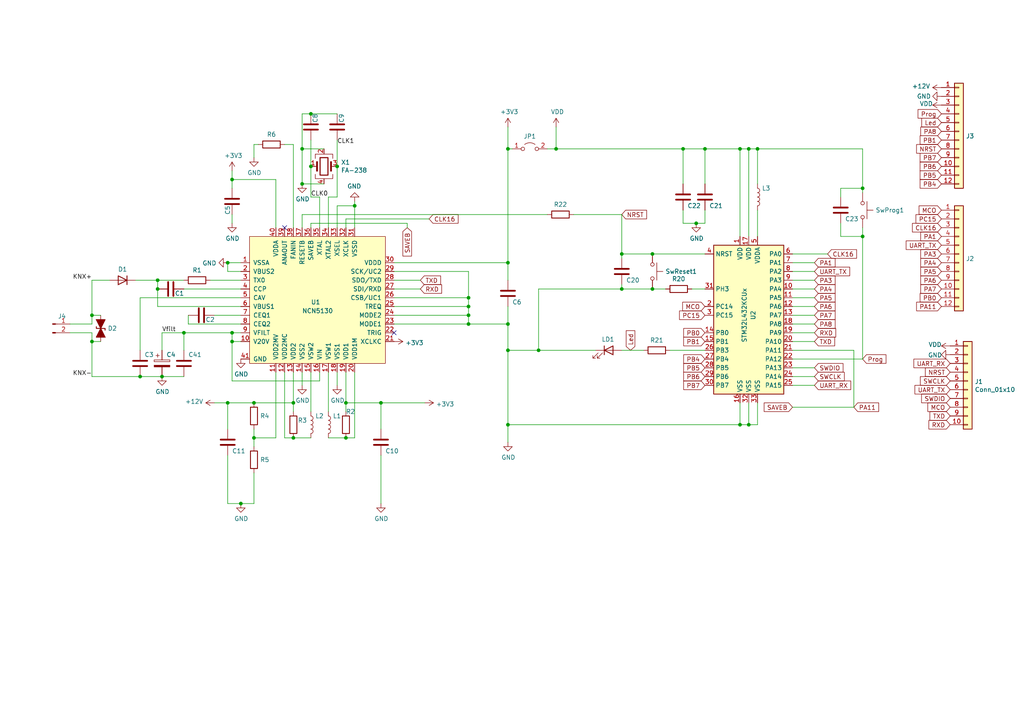
<source format=kicad_sch>
(kicad_sch (version 20211123) (generator eeschema)
  (paper "A4")
  (title_block (title "KnxBoard") (date "2021-11-04") (rev "3"))
  (lib_symbols
    (symbol "Connector:Conn_01x02_Male" (pin_names (offset 1.016) hide)
      (property "Reference" "J" (at 0 2.54 0))
      (property "Value" "Conn_01x02_Male" (at 0 -5.08 0))
      (symbol "Conn_01x02_Male_1_1"
        (pin passive line (at 5.08 0 180) (length 3.81) (name "Pin_1") (number "1"))
        (pin passive line (at 5.08 -2.54 180) (length 3.81) (name "Pin_2") (number "2"))
      )
    )
    (symbol "Connector_Generic:Conn_01x10" (pin_names (offset 1.016) hide)
      (property "Reference" "J" (at 0 12.7 0))
      (property "Value" "Conn_01x10" (at 0 -15.24 0))
      (symbol "Conn_01x10_1_1"
        (pin passive line (at -5.08 10.16 0) (length 3.81) (name "Pin_1") (number "1"))
        (pin passive line (at -5.08 -12.7 0) (length 3.81) (name "Pin_10") (number "10"))
        (pin passive line (at -5.08 7.62 0) (length 3.81) (name "Pin_2") (number "2"))
        (pin passive line (at -5.08 5.08 0) (length 3.81) (name "Pin_3") (number "3"))
        (pin passive line (at -5.08 2.54 0) (length 3.81) (name "Pin_4") (number "4"))
        (pin passive line (at -5.08 0 0) (length 3.81) (name "Pin_5") (number "5"))
        (pin passive line (at -5.08 -2.54 0) (length 3.81) (name "Pin_6") (number "6"))
        (pin passive line (at -5.08 -5.08 0) (length 3.81) (name "Pin_7") (number "7"))
        (pin passive line (at -5.08 -7.62 0) (length 3.81) (name "Pin_8") (number "8"))
        (pin passive line (at -5.08 -10.16 0) (length 3.81) (name "Pin_9") (number "9"))
      )
    )
    (symbol "Connector_Generic:Conn_01x12" (pin_names (offset 1.016) hide)
      (property "Reference" "J" (at 0 15.24 0))
      (property "Value" "Conn_01x12" (at 0 -17.78 0))
      (symbol "Conn_01x12_1_1"
        (pin passive line (at -5.08 12.7 0) (length 3.81) (name "Pin_1") (number "1"))
        (pin passive line (at -5.08 -10.16 0) (length 3.81) (name "Pin_10") (number "10"))
        (pin passive line (at -5.08 -12.7 0) (length 3.81) (name "Pin_11") (number "11"))
        (pin passive line (at -5.08 -15.24 0) (length 3.81) (name "Pin_12") (number "12"))
        (pin passive line (at -5.08 10.16 0) (length 3.81) (name "Pin_2") (number "2"))
        (pin passive line (at -5.08 7.62 0) (length 3.81) (name "Pin_3") (number "3"))
        (pin passive line (at -5.08 5.08 0) (length 3.81) (name "Pin_4") (number "4"))
        (pin passive line (at -5.08 2.54 0) (length 3.81) (name "Pin_5") (number "5"))
        (pin passive line (at -5.08 0 0) (length 3.81) (name "Pin_6") (number "6"))
        (pin passive line (at -5.08 -2.54 0) (length 3.81) (name "Pin_7") (number "7"))
        (pin passive line (at -5.08 -5.08 0) (length 3.81) (name "Pin_8") (number "8"))
        (pin passive line (at -5.08 -7.62 0) (length 3.81) (name "Pin_9") (number "9"))
      )
    )
    (symbol "Device:C" (pin_numbers hide) (pin_names (offset 0.254))
      (property "Reference" "C" (at 0.635 2.54 0))
      (property "Value" "C" (at 0.635 -2.54 0))
      (symbol "C_1_1"
        (pin passive line (at 0 3.81 270) (length 2.794) (name "~") (number "1"))
        (pin passive line (at 0 -3.81 90) (length 2.794) (name "~") (number "2"))
      )
    )
    (symbol "Device:Crystal_GND24" (pin_names (offset 1.016) hide)
      (property "Reference" "Y" (at 3.175 5.08 0))
      (property "Value" "Crystal_GND24" (at 3.175 3.175 0))
      (symbol "Crystal_GND24_1_1"
        (pin passive line (at -3.81 0 0) (length 1.27) (name "1") (number "1"))
        (pin passive line (at 0 5.08 270) (length 1.27) (name "2") (number "2"))
        (pin passive line (at 3.81 0 180) (length 1.27) (name "3") (number "3"))
        (pin passive line (at 0 -5.08 90) (length 1.27) (name "4") (number "4"))
      )
    )
    (symbol "Device:D" (pin_numbers hide) (pin_names (offset 1.016) hide)
      (property "Reference" "D" (at 0 2.54 0))
      (property "Value" "D" (at 0 -2.54 0))
      (symbol "D_1_1"
        (pin passive line (at -3.81 0 0) (length 2.54) (name "K") (number "1"))
        (pin passive line (at 3.81 0 180) (length 2.54) (name "A") (number "2"))
      )
    )
    (symbol "Device:L" (pin_numbers hide) (pin_names (offset 1.016) hide)
      (property "Reference" "L" (at -1.27 0 90))
      (property "Value" "L" (at 1.905 0 90))
      (symbol "L_1_1"
        (pin passive line (at 0 3.81 270) (length 1.27) (name "1") (number "1"))
        (pin passive line (at 0 -3.81 90) (length 1.27) (name "2") (number "2"))
      )
    )
    (symbol "Device:LED" (pin_numbers hide) (pin_names (offset 1.016) hide)
      (property "Reference" "D" (at 0 2.54 0))
      (property "Value" "LED" (at 0 -2.54 0))
      (symbol "LED_1_1"
        (pin passive line (at -3.81 0 0) (length 2.54) (name "K") (number "1"))
        (pin passive line (at 3.81 0 180) (length 2.54) (name "A") (number "2"))
      )
    )
    (symbol "Device:R" (pin_numbers hide) (pin_names (offset 0))
      (property "Reference" "R" (at 2.032 0 90))
      (property "Value" "R" (at 0 0 90))
      (symbol "R_1_1"
        (pin passive line (at 0 3.81 270) (length 1.27) (name "~") (number "1"))
        (pin passive line (at 0 -3.81 90) (length 1.27) (name "~") (number "2"))
      )
    )
    (symbol "Jumper:Jumper_2_Open" (pin_names (offset 0) hide)
      (property "Reference" "JP" (at 0 2.794 0))
      (property "Value" "Jumper_2_Open" (at 0 -2.286 0))
      (symbol "Jumper_2_Open_1_1"
        (pin passive line (at -5.08 0 0) (length 2.54) (name "A") (number "1"))
        (pin passive line (at 5.08 0 180) (length 2.54) (name "B") (number "2"))
      )
    )
    (symbol "KNX_NCN5130:NCN5130" (pin_names (offset 1.016))
      (property "Reference" "U" (at 8.89 5.08 0))
      (property "Value" "NCN5130" (at 10.16 2.54 0))
      (symbol "NCN5130_1_1"
        (pin power_in line (at -10.16 16.51 0) (length 2.54) (name "VSSA") (number "1"))
        (pin power_out line (at -10.16 -6.35 0) (length 2.54) (name "V20V") (number "10"))
        (pin input line (at 0 -15.24 90) (length 2.54) (name "VDD2MV") (number "11"))
        (pin input line (at 2.54 -15.24 90) (length 2.54) (name "VDD2MC") (number "12"))
        (pin power_out line (at 5.08 -15.24 90) (length 2.54) (name "VDD2") (number "13"))
        (pin power_in line (at 7.62 -15.24 90) (length 2.54) (name "VSS2") (number "14"))
        (pin output line (at 10.16 -15.24 90) (length 2.54) (name "VSW2") (number "15"))
        (pin power_in line (at 12.7 -15.24 90) (length 2.54) (name "VIN") (number "16"))
        (pin output line (at 15.24 -15.24 90) (length 2.54) (name "VSW1") (number "17"))
        (pin power_out line (at 17.78 -15.24 90) (length 2.54) (name "VSS1") (number "18"))
        (pin power_out line (at 20.32 -15.24 90) (length 2.54) (name "VDD1") (number "19"))
        (pin power_in line (at -10.16 13.97 0) (length 2.54) (name "VBUS2") (number "2"))
        (pin input line (at 22.86 -15.24 90) (length 2.54) (name "VDD1M") (number "20"))
        (pin input line (at 34.29 -6.35 180) (length 2.54) (name "XCLKC") (number "21"))
        (pin output line (at 34.29 -3.81 180) (length 2.54) (name "TRIG") (number "22"))
        (pin input line (at 34.29 -1.27 180) (length 2.54) (name "MODE1") (number "23"))
        (pin input line (at 34.29 1.27 180) (length 2.54) (name "MODE2") (number "24"))
        (pin input line (at 34.29 3.81 180) (length 2.54) (name "TREQ") (number "25"))
        (pin passive line (at 34.29 6.35 180) (length 2.54) (name "CSB/UC1") (number "26"))
        (pin input line (at 34.29 8.89 180) (length 2.54) (name "SDI/RXD") (number "27"))
        (pin output line (at 34.29 11.43 180) (length 2.54) (name "SDO/TXD") (number "28"))
        (pin passive line (at 34.29 13.97 180) (length 2.54) (name "SCK/UC2") (number "29"))
        (pin output line (at -10.16 11.43 0) (length 2.54) (name "TX0") (number "3"))
        (pin power_in line (at 34.29 16.51 180) (length 2.54) (name "VDDD") (number "30"))
        (pin power_in line (at 22.86 26.67 270) (length 2.54) (name "VSSD") (number "31"))
        (pin output line (at 20.32 26.67 270) (length 2.54) (name "XCLK") (number "32"))
        (pin input line (at 17.78 26.67 270) (length 2.54) (name "XSEL") (number "33"))
        (pin bidirectional line (at 15.24 26.67 270) (length 2.54) (name "XTAL2") (number "34"))
        (pin input line (at 12.7 26.67 270) (length 2.54) (name "XTAL") (number "35"))
        (pin output line (at 10.16 26.67 270) (length 2.54) (name "SAVEB") (number "36"))
        (pin output line (at 7.62 26.67 270) (length 2.54) (name "RESETB") (number "37"))
        (pin input line (at 5.08 26.67 270) (length 2.54) (name "FANIN") (number "38"))
        (pin output line (at 2.54 26.67 270) (length 2.54) (name "ANAOUT") (number "39"))
        (pin bidirectional line (at -10.16 8.89 0) (length 2.54) (name "CCP") (number "4"))
        (pin power_in line (at 0 26.67 270) (length 2.54) (name "VDDA") (number "40"))
        (pin power_in line (at -10.16 -11.43 0) (length 2.54) (name "GND") (number "41"))
        (pin bidirectional line (at -10.16 6.35 0) (length 2.54) (name "CAV") (number "5"))
        (pin passive line (at -10.16 3.81 0) (length 2.54) (name "VBUS1") (number "6"))
        (pin bidirectional line (at -10.16 1.27 0) (length 2.54) (name "CEQ1") (number "7"))
        (pin bidirectional line (at -10.16 -1.27 0) (length 2.54) (name "CEQ2") (number "8"))
        (pin power_out line (at -10.16 -3.81 0) (length 2.54) (name "VFILT") (number "9"))
      )
    )
    (symbol "KnxBoard-rescue:+3.3V-power" (power) (pin_names (offset 0))
      (property "Value" "+3.3V-power" (at 0 3.556 0))
      (symbol "+3.3V-power_1_1"
        (pin power_in line (at 0 0 90) (length 0) hide (name "+3V3") (number "1"))
      )
    )
    (symbol "KnxBoard-rescue:CP-Device" (pin_numbers hide) (pin_names (offset 0.254))
      (property "Reference" "C" (at 0.635 2.54 0))
      (property "Value" "CP-Device" (at 0.635 -2.54 0))
      (symbol "CP-Device_1_1"
        (pin passive line (at 0 3.81 270) (length 2.794) (name "~") (number "1"))
        (pin passive line (at 0 -3.81 90) (length 2.794) (name "~") (number "2"))
      )
    )
    (symbol "KnxBoard-rescue:D_TVS_ALT-Device" (pin_numbers hide) (pin_names (offset 1.016) hide)
      (property "Reference" "D" (at 0 2.54 0))
      (property "Value" "D_TVS_ALT-Device" (at 0 -2.54 0))
      (symbol "D_TVS_ALT-Device_1_1"
        (pin passive line (at -3.81 0 0) (length 2.54) (name "A1") (number "1"))
        (pin passive line (at 3.81 0 180) (length 2.54) (name "A2") (number "2"))
      )
    )
    (symbol "MCU_ST_STM32L4:STM32L432KCUx"
      (property "Reference" "U" (at -10.16 21.59 0))
      (property "Value" "STM32L432KCUx" (at 5.08 21.59 0))
      (symbol "STM32L432KCUx_1_1"
        (pin power_in line (at -2.54 22.86 270) (length 2.54) (name "VDD") (number "1"))
        (pin bidirectional line (at 12.7 7.62 180) (length 2.54) (name "PA4") (number "10"))
        (pin bidirectional line (at 12.7 5.08 180) (length 2.54) (name "PA5") (number "11"))
        (pin bidirectional line (at 12.7 2.54 180) (length 2.54) (name "PA6") (number "12"))
        (pin bidirectional line (at 12.7 0 180) (length 2.54) (name "PA7") (number "13"))
        (pin bidirectional line (at -12.7 -5.08 0) (length 2.54) (name "PB0") (number "14"))
        (pin bidirectional line (at -12.7 -7.62 0) (length 2.54) (name "PB1") (number "15"))
        (pin power_in line (at -2.54 -25.4 90) (length 2.54) (name "VSS") (number "16"))
        (pin power_in line (at 0 22.86 270) (length 2.54) (name "VDD") (number "17"))
        (pin bidirectional line (at 12.7 -2.54 180) (length 2.54) (name "PA8") (number "18"))
        (pin bidirectional line (at 12.7 -5.08 180) (length 2.54) (name "PA9") (number "19"))
        (pin bidirectional line (at -12.7 2.54 0) (length 2.54) (name "PC14") (number "2"))
        (pin bidirectional line (at 12.7 -7.62 180) (length 2.54) (name "PA10") (number "20"))
        (pin bidirectional line (at 12.7 -10.16 180) (length 2.54) (name "PA11") (number "21"))
        (pin bidirectional line (at 12.7 -12.7 180) (length 2.54) (name "PA12") (number "22"))
        (pin bidirectional line (at 12.7 -15.24 180) (length 2.54) (name "PA13") (number "23"))
        (pin bidirectional line (at 12.7 -17.78 180) (length 2.54) (name "PA14") (number "24"))
        (pin bidirectional line (at 12.7 -20.32 180) (length 2.54) (name "PA15") (number "25"))
        (pin bidirectional line (at -12.7 -10.16 0) (length 2.54) (name "PB3") (number "26"))
        (pin bidirectional line (at -12.7 -12.7 0) (length 2.54) (name "PB4") (number "27"))
        (pin bidirectional line (at -12.7 -15.24 0) (length 2.54) (name "PB5") (number "28"))
        (pin bidirectional line (at -12.7 -17.78 0) (length 2.54) (name "PB6") (number "29"))
        (pin bidirectional line (at -12.7 0 0) (length 2.54) (name "PC15") (number "3"))
        (pin bidirectional line (at -12.7 -20.32 0) (length 2.54) (name "PB7") (number "30"))
        (pin bidirectional line (at -12.7 7.62 0) (length 2.54) (name "PH3") (number "31"))
        (pin power_in line (at 0 -25.4 90) (length 2.54) (name "VSS") (number "32"))
        (pin power_in line (at 2.54 -25.4 90) (length 2.54) (name "VSS") (number "33"))
        (pin input line (at -12.7 17.78 0) (length 2.54) (name "NRST") (number "4"))
        (pin power_in line (at 2.54 22.86 270) (length 2.54) (name "VDDA") (number "5"))
        (pin bidirectional line (at 12.7 17.78 180) (length 2.54) (name "PA0") (number "6"))
        (pin bidirectional line (at 12.7 15.24 180) (length 2.54) (name "PA1") (number "7"))
        (pin bidirectional line (at 12.7 12.7 180) (length 2.54) (name "PA2") (number "8"))
        (pin bidirectional line (at 12.7 10.16 180) (length 2.54) (name "PA3") (number "9"))
      )
    )
    (symbol "Switch:SW_Push" (pin_numbers hide) (pin_names (offset 1.016) hide)
      (property "Reference" "SW" (at 1.27 2.54 0))
      (property "Value" "SW_Push" (at 0 -1.524 0))
      (symbol "SW_Push_0_1"
        (pin passive line (at -5.08 0 0) (length 2.54) (name "1") (number "1"))
        (pin passive line (at 5.08 0 180) (length 2.54) (name "2") (number "2"))
      )
    )
    (symbol "power:+12V" (power) (pin_names (offset 0))
      (property "Value" "+12V" (at 0 3.556 0))
      (symbol "+12V_1_1"
        (pin power_in line (at 0 0 90) (length 0) hide (name "+12V") (number "1"))
      )
    )
    (symbol "power:GND" (power) (pin_names (offset 0))
      (property "Value" "GND" (at 0 -3.81 0))
      (symbol "GND_1_1"
        (pin power_in line (at 0 0 270) (length 0) hide (name "GND") (number "1"))
      )
    )
    (symbol "power:VDD" (power) (pin_names (offset 0))
      (property "Value" "VDD" (at 0 3.81 0))
      (symbol "VDD_1_1"
        (pin power_in line (at 0 0 90) (length 0) hide (name "VDD") (number "1"))
      )
    )
  )
  (junction (at 204.47 43.18))
  (junction (at 110.49 116.84))
  (junction (at 66.04 116.84))
  (junction (at 214.63 43.18))
  (junction (at 87.63 43.18))
  (junction (at 180.34 83.82))
  (junction (at 135.89 86.36))
  (junction (at 217.17 123.19))
  (junction (at 53.34 96.52))
  (junction (at 250.19 54.61))
  (junction (at 66.04 76.2))
  (junction (at 147.32 43.18))
  (junction (at 189.23 83.82))
  (junction (at 180.34 73.66))
  (junction (at 67.31 52.07))
  (junction (at 26.67 99.06))
  (junction (at 85.09 116.84))
  (junction (at 135.89 93.98))
  (junction (at 135.89 91.44))
  (junction (at 45.72 81.28))
  (junction (at 147.32 123.19))
  (junction (at 46.99 109.22))
  (junction (at 40.64 109.22))
  (junction (at 135.89 88.9))
  (junction (at 156.21 101.6))
  (junction (at 85.09 127))
  (junction (at 100.33 116.84))
  (junction (at 219.71 43.18))
  (junction (at 100.33 127))
  (junction (at 67.31 99.06))
  (junction (at 26.67 91.44))
  (junction (at 97.79 48.26))
  (junction (at 69.85 146.05))
  (junction (at 87.63 53.34))
  (junction (at 189.23 73.66))
  (junction (at 201.93 64.77))
  (junction (at 90.17 48.26))
  (junction (at 217.17 43.18))
  (junction (at 73.66 116.84))
  (junction (at 161.29 43.18))
  (junction (at 67.31 96.52))
  (junction (at 73.66 127))
  (junction (at 214.63 123.19))
  (junction (at 147.32 76.2))
  (junction (at 147.32 93.98))
  (junction (at 147.32 101.6))
  (junction (at 102.87 59.69))
  (junction (at 198.12 43.18))
  (junction (at 45.72 83.82))
  (junction (at 90.17 33.02))
  (junction (at 250.19 68.58))
  (no_connect (at 114.3 96.52))
  (no_connect (at 82.55 66.04))
  (wire (pts (xy 97.79 66.04) (xy 97.79 59.69)))
  (wire (pts (xy 219.71 43.18) (xy 219.71 53.34)))
  (wire (pts (xy 147.32 93.98) (xy 135.89 93.98)))
  (wire (pts (xy 201.93 64.77) (xy 204.47 64.77)))
  (wire (pts (xy 250.19 54.61) (xy 250.19 55.88)))
  (wire (pts (xy 26.67 93.98) (xy 26.67 91.44)))
  (wire (pts (xy 69.85 78.74) (xy 66.04 78.74)))
  (wire (pts (xy 102.87 127) (xy 102.87 107.95)))
  (wire (pts (xy 95.25 66.04) (xy 95.25 57.15)))
  (wire (pts (xy 198.12 64.77) (xy 198.12 60.96)))
  (wire (pts (xy 26.67 91.44) (xy 26.67 81.28)))
  (wire (pts (xy 90.17 127) (xy 85.09 127)))
  (wire (pts (xy 26.67 99.06) (xy 26.67 109.22)))
  (wire (pts (xy 135.89 91.44) (xy 135.89 93.98)))
  (wire (pts (xy 102.87 59.69) (xy 102.87 58.42)))
  (wire (pts (xy 110.49 116.84) (xy 123.19 116.84)))
  (wire (pts (xy 100.33 116.84) (xy 100.33 119.38)))
  (wire (pts (xy 87.63 53.34) (xy 87.63 43.18)))
  (wire (pts (xy 39.37 81.28) (xy 45.72 81.28)))
  (wire (pts (xy 229.87 76.2) (xy 236.22 76.2)))
  (wire (pts (xy 69.85 96.52) (xy 67.31 96.52)))
  (wire (pts (xy 93.98 53.34) (xy 87.63 53.34)))
  (wire (pts (xy 100.33 127) (xy 102.87 127)))
  (wire (pts (xy 40.64 86.36) (xy 40.64 101.6)))
  (wire (pts (xy 46.99 96.52) (xy 53.34 96.52)))
  (wire (pts (xy 180.34 73.66) (xy 180.34 62.23)))
  (wire (pts (xy 217.17 123.19) (xy 214.63 123.19)))
  (wire (pts (xy 198.12 43.18) (xy 161.29 43.18)))
  (wire (pts (xy 29.21 91.44) (xy 26.67 91.44)))
  (wire (pts (xy 204.47 64.77) (xy 204.47 60.96)))
  (wire (pts (xy 73.66 41.91) (xy 74.93 41.91)))
  (wire (pts (xy 20.32 96.52) (xy 26.67 96.52)))
  (wire (pts (xy 67.31 64.77) (xy 67.31 62.23)))
  (wire (pts (xy 247.65 101.6) (xy 247.65 118.11)))
  (wire (pts (xy 46.99 109.22) (xy 53.34 109.22)))
  (wire (pts (xy 250.19 104.14) (xy 250.19 68.58)))
  (wire (pts (xy 66.04 146.05) (xy 69.85 146.05)))
  (wire (pts (xy 73.66 127) (xy 80.01 127)))
  (wire (pts (xy 110.49 124.46) (xy 110.49 116.84)))
  (wire (pts (xy 189.23 73.66) (xy 180.34 73.66)))
  (wire (pts (xy 92.71 107.95) (xy 92.71 110.49)))
  (wire (pts (xy 135.89 78.74) (xy 135.89 86.36)))
  (wire (pts (xy 229.87 96.52) (xy 236.22 96.52)))
  (wire (pts (xy 201.93 64.77) (xy 198.12 64.77)))
  (wire (pts (xy 92.71 66.04) (xy 92.71 57.15)))
  (wire (pts (xy 204.47 83.82) (xy 200.66 83.82)))
  (wire (pts (xy 69.85 86.36) (xy 40.64 86.36)))
  (wire (pts (xy 198.12 43.18) (xy 204.47 43.18)))
  (wire (pts (xy 45.72 81.28) (xy 53.34 81.28)))
  (wire (pts (xy 69.85 83.82) (xy 53.34 83.82)))
  (wire (pts (xy 85.09 119.38) (xy 85.09 116.84)))
  (wire (pts (xy 229.87 109.22) (xy 236.22 109.22)))
  (wire (pts (xy 97.79 59.69) (xy 102.87 59.69)))
  (wire (pts (xy 97.79 40.64) (xy 97.79 48.26)))
  (wire (pts (xy 73.66 137.16) (xy 73.66 146.05)))
  (wire (pts (xy 69.85 99.06) (xy 67.31 99.06)))
  (wire (pts (xy 67.31 54.61) (xy 67.31 52.07)))
  (wire (pts (xy 229.87 86.36) (xy 236.22 86.36)))
  (wire (pts (xy 166.37 62.23) (xy 180.34 62.23)))
  (wire (pts (xy 87.63 66.04) (xy 87.63 62.23)))
  (wire (pts (xy 147.32 43.18) (xy 148.59 43.18)))
  (wire (pts (xy 69.85 93.98) (xy 54.61 93.98)))
  (wire (pts (xy 66.04 124.46) (xy 66.04 116.84)))
  (wire (pts (xy 97.79 111.76) (xy 97.79 107.95)))
  (wire (pts (xy 180.34 83.82) (xy 180.34 82.55)))
  (wire (pts (xy 229.87 88.9) (xy 236.22 88.9)))
  (wire (pts (xy 114.3 81.28) (xy 121.92 81.28)))
  (wire (pts (xy 214.63 116.84) (xy 214.63 123.19)))
  (wire (pts (xy 189.23 83.82) (xy 180.34 83.82)))
  (wire (pts (xy 219.71 43.18) (xy 217.17 43.18)))
  (wire (pts (xy 73.66 116.84) (xy 66.04 116.84)))
  (wire (pts (xy 53.34 96.52) (xy 67.31 96.52)))
  (wire (pts (xy 214.63 123.19) (xy 147.32 123.19)))
  (wire (pts (xy 229.87 91.44) (xy 236.22 91.44)))
  (wire (pts (xy 156.21 101.6) (xy 147.32 101.6)))
  (wire (pts (xy 95.25 57.15) (xy 97.79 57.15)))
  (wire (pts (xy 193.04 83.82) (xy 189.23 83.82)))
  (wire (pts (xy 26.67 99.06) (xy 29.21 99.06)))
  (wire (pts (xy 66.04 132.08) (xy 66.04 146.05)))
  (wire (pts (xy 229.87 111.76) (xy 236.22 111.76)))
  (wire (pts (xy 135.89 88.9) (xy 135.89 91.44)))
  (wire (pts (xy 53.34 101.6) (xy 53.34 96.52)))
  (wire (pts (xy 20.32 93.98) (xy 26.67 93.98)))
  (wire (pts (xy 243.84 64.77) (xy 243.84 68.58)))
  (wire (pts (xy 82.55 107.95) (xy 82.55 127)))
  (wire (pts (xy 95.25 127) (xy 100.33 127)))
  (wire (pts (xy 85.09 116.84) (xy 85.09 107.95)))
  (wire (pts (xy 90.17 57.15) (xy 90.17 48.26)))
  (wire (pts (xy 45.72 83.82) (xy 45.72 81.28)))
  (wire (pts (xy 66.04 78.74) (xy 66.04 76.2)))
  (wire (pts (xy 82.55 127) (xy 85.09 127)))
  (wire (pts (xy 69.85 88.9) (xy 45.72 88.9)))
  (wire (pts (xy 66.04 76.2) (xy 69.85 76.2)))
  (wire (pts (xy 219.71 116.84) (xy 219.71 123.19)))
  (wire (pts (xy 217.17 68.58) (xy 217.17 43.18)))
  (wire (pts (xy 147.32 36.83) (xy 147.32 43.18)))
  (wire (pts (xy 214.63 68.58) (xy 214.63 43.18)))
  (wire (pts (xy 90.17 33.02) (xy 87.63 33.02)))
  (wire (pts (xy 73.66 41.91) (xy 73.66 45.72)))
  (wire (pts (xy 100.33 66.04) (xy 100.33 63.5)))
  (wire (pts (xy 114.3 78.74) (xy 135.89 78.74)))
  (wire (pts (xy 73.66 146.05) (xy 69.85 146.05)))
  (wire (pts (xy 40.64 109.22) (xy 46.99 109.22)))
  (wire (pts (xy 90.17 40.64) (xy 90.17 48.26)))
  (wire (pts (xy 186.69 101.6) (xy 180.34 101.6)))
  (wire (pts (xy 110.49 132.08) (xy 110.49 146.05)))
  (wire (pts (xy 114.3 86.36) (xy 135.89 86.36)))
  (wire (pts (xy 180.34 83.82) (xy 156.21 83.82)))
  (wire (pts (xy 147.32 43.18) (xy 147.32 76.2)))
  (wire (pts (xy 85.09 41.91) (xy 82.55 41.91)))
  (wire (pts (xy 26.67 96.52) (xy 26.67 99.06)))
  (wire (pts (xy 118.11 64.77) (xy 118.11 66.04)))
  (wire (pts (xy 69.85 81.28) (xy 60.96 81.28)))
  (wire (pts (xy 114.3 88.9) (xy 135.89 88.9)))
  (wire (pts (xy 87.63 33.02) (xy 87.63 43.18)))
  (wire (pts (xy 73.66 127) (xy 73.66 124.46)))
  (wire (pts (xy 100.33 107.95) (xy 100.33 116.84)))
  (wire (pts (xy 62.23 116.84) (xy 66.04 116.84)))
  (wire (pts (xy 90.17 66.04) (xy 90.17 64.77)))
  (wire (pts (xy 100.33 116.84) (xy 110.49 116.84)))
  (wire (pts (xy 219.71 43.18) (xy 250.19 43.18)))
  (wire (pts (xy 67.31 52.07) (xy 80.01 52.07)))
  (wire (pts (xy 62.23 91.44) (xy 69.85 91.44)))
  (wire (pts (xy 73.66 116.84) (xy 85.09 116.84)))
  (wire (pts (xy 219.71 68.58) (xy 219.71 60.96)))
  (wire (pts (xy 240.03 73.66) (xy 229.87 73.66)))
  (wire (pts (xy 67.31 110.49) (xy 67.31 99.06)))
  (wire (pts (xy 100.33 63.5) (xy 124.46 63.5)))
  (wire (pts (xy 135.89 86.36) (xy 135.89 88.9)))
  (wire (pts (xy 229.87 101.6) (xy 247.65 101.6)))
  (wire (pts (xy 229.87 118.11) (xy 247.65 118.11)))
  (wire (pts (xy 204.47 53.34) (xy 204.47 43.18)))
  (wire (pts (xy 114.3 91.44) (xy 135.89 91.44)))
  (wire (pts (xy 45.72 88.9) (xy 45.72 83.82)))
  (wire (pts (xy 147.32 123.19) (xy 147.32 128.27)))
  (wire (pts (xy 92.71 57.15) (xy 90.17 57.15)))
  (wire (pts (xy 90.17 107.95) (xy 90.17 119.38)))
  (wire (pts (xy 204.47 73.66) (xy 189.23 73.66)))
  (wire (pts (xy 87.63 62.23) (xy 158.75 62.23)))
  (wire (pts (xy 158.75 43.18) (xy 161.29 43.18)))
  (wire (pts (xy 229.87 99.06) (xy 236.22 99.06)))
  (wire (pts (xy 80.01 107.95) (xy 80.01 127)))
  (wire (pts (xy 229.87 106.68) (xy 236.22 106.68)))
  (wire (pts (xy 214.63 43.18) (xy 217.17 43.18)))
  (wire (pts (xy 80.01 52.07) (xy 80.01 66.04)))
  (wire (pts (xy 243.84 68.58) (xy 250.19 68.58)))
  (wire (pts (xy 172.72 101.6) (xy 156.21 101.6)))
  (wire (pts (xy 85.09 66.04) (xy 85.09 41.91)))
  (wire (pts (xy 26.67 109.22) (xy 40.64 109.22)))
  (wire (pts (xy 114.3 93.98) (xy 135.89 93.98)))
  (wire (pts (xy 180.34 73.66) (xy 180.34 74.93)))
  (wire (pts (xy 67.31 99.06) (xy 67.31 96.52)))
  (wire (pts (xy 67.31 110.49) (xy 92.71 110.49)))
  (wire (pts (xy 73.66 129.54) (xy 73.66 127)))
  (wire (pts (xy 147.32 76.2) (xy 147.32 81.28)))
  (wire (pts (xy 204.47 101.6) (xy 194.31 101.6)))
  (wire (pts (xy 87.63 111.76) (xy 87.63 107.95)))
  (wire (pts (xy 161.29 43.18) (xy 161.29 36.83)))
  (wire (pts (xy 102.87 59.69) (xy 102.87 66.04)))
  (wire (pts (xy 97.79 57.15) (xy 97.79 48.26)))
  (wire (pts (xy 95.25 107.95) (xy 95.25 119.38)))
  (wire (pts (xy 229.87 81.28) (xy 236.22 81.28)))
  (wire (pts (xy 229.87 104.14) (xy 250.19 104.14)))
  (wire (pts (xy 250.19 68.58) (xy 250.19 66.04)))
  (wire (pts (xy 229.87 83.82) (xy 236.22 83.82)))
  (wire (pts (xy 204.47 43.18) (xy 214.63 43.18)))
  (wire (pts (xy 147.32 88.9) (xy 147.32 93.98)))
  (wire (pts (xy 217.17 116.84) (xy 217.17 123.19)))
  (wire (pts (xy 67.31 52.07) (xy 67.31 49.53)))
  (wire (pts (xy 156.21 83.82) (xy 156.21 101.6)))
  (wire (pts (xy 229.87 78.74) (xy 236.22 78.74)))
  (wire (pts (xy 26.67 81.28) (xy 31.75 81.28)))
  (wire (pts (xy 243.84 54.61) (xy 250.19 54.61)))
  (wire (pts (xy 114.3 83.82) (xy 121.92 83.82)))
  (wire (pts (xy 114.3 76.2) (xy 147.32 76.2)))
  (wire (pts (xy 87.63 43.18) (xy 93.98 43.18)))
  (wire (pts (xy 90.17 64.77) (xy 118.11 64.77)))
  (wire (pts (xy 147.32 101.6) (xy 147.32 123.19)))
  (wire (pts (xy 54.61 93.98) (xy 54.61 91.44)))
  (wire (pts (xy 97.79 33.02) (xy 90.17 33.02)))
  (wire (pts (xy 147.32 93.98) (xy 147.32 101.6)))
  (wire (pts (xy 198.12 53.34) (xy 198.12 43.18)))
  (wire (pts (xy 229.87 93.98) (xy 236.22 93.98)))
  (wire (pts (xy 243.84 57.15) (xy 243.84 54.61)))
  (wire (pts (xy 46.99 96.52) (xy 46.99 101.6)))
  (wire (pts (xy 250.19 43.18) (xy 250.19 54.61)))
  (wire (pts (xy 219.71 123.19) (xy 217.17 123.19)))
  (label "CLK0" (at 90.17 57.15 0))
  (label "Vfilt" (at 46.99 96.52 0))
  (label "CLK1" (at 97.79 41.91 0))
  (label "KNX-" (at 26.67 109.22 180))
  (label "KNX+" (at 26.67 81.28 180))
  (global_label "NRST" (shape input) (at 273.05 43.18 180) (property "Références Inter-Feuilles" "${INTERSHEET_REFS}" (effects hide)))
  (global_label "NRST" (shape input) (at 275.59 107.95 180) (property "Références Inter-Feuilles" "${INTERSHEET_REFS}" (effects hide)))
  (global_label "PB6" (shape input) (at 204.47 109.22 180) (property "Références Inter-Feuilles" "${INTERSHEET_REFS}" (effects hide)))
  (global_label "CLK16" (shape input) (at 124.46 63.5 0) (property "Références Inter-Feuilles" "${INTERSHEET_REFS}" (effects hide)))
  (global_label "PA8" (shape input) (at 273.05 38.1 180) (property "Références Inter-Feuilles" "${INTERSHEET_REFS}" (effects hide)))
  (global_label "PA5" (shape input) (at 273.05 78.74 180) (property "Références Inter-Feuilles" "${INTERSHEET_REFS}" (effects hide)))
  (global_label "PC15" (shape input) (at 204.47 91.44 180) (property "Références Inter-Feuilles" "${INTERSHEET_REFS}" (effects hide)))
  (global_label "PA4" (shape input) (at 273.05 76.2 180) (property "Références Inter-Feuilles" "${INTERSHEET_REFS}" (effects hide)))
  (global_label "PA11" (shape input) (at 247.65 118.11 0) (property "Références Inter-Feuilles" "${INTERSHEET_REFS}" (effects hide)))
  (global_label "UART_RX" (shape input) (at 275.59 105.41 180) (property "Références Inter-Feuilles" "${INTERSHEET_REFS}" (effects hide)))
  (global_label "SWCLK" (shape input) (at 275.59 110.49 180) (property "Références Inter-Feuilles" "${INTERSHEET_REFS}" (effects hide)))
  (global_label "UART_TX" (shape input) (at 236.22 78.74 0) (property "Références Inter-Feuilles" "${INTERSHEET_REFS}" (effects hide)))
  (global_label "PB4" (shape input) (at 204.47 104.14 180) (property "Références Inter-Feuilles" "${INTERSHEET_REFS}" (effects hide)))
  (global_label "PB0" (shape input) (at 204.47 96.52 180) (property "Références Inter-Feuilles" "${INTERSHEET_REFS}" (effects hide)))
  (global_label "PA7" (shape input) (at 273.05 83.82 180) (property "Références Inter-Feuilles" "${INTERSHEET_REFS}" (effects hide)))
  (global_label "TXD" (shape input) (at 121.92 81.28 0) (property "Références Inter-Feuilles" "${INTERSHEET_REFS}" (effects hide)))
  (global_label "PA5" (shape input) (at 236.22 86.36 0) (property "Références Inter-Feuilles" "${INTERSHEET_REFS}" (effects hide)))
  (global_label "MCO" (shape input) (at 204.47 88.9 180) (property "Références Inter-Feuilles" "${INTERSHEET_REFS}" (effects hide)))
  (global_label "PB5" (shape input) (at 204.47 106.68 180) (property "Références Inter-Feuilles" "${INTERSHEET_REFS}" (effects hide)))
  (global_label "PA1" (shape input) (at 236.22 76.2 0) (property "Références Inter-Feuilles" "${INTERSHEET_REFS}" (effects hide)))
  (global_label "NRST" (shape input) (at 180.34 62.23 0) (property "Références Inter-Feuilles" "${INTERSHEET_REFS}" (effects hide)))
  (global_label "PA3" (shape input) (at 236.22 81.28 0) (property "Références Inter-Feuilles" "${INTERSHEET_REFS}" (effects hide)))
  (global_label "RXD" (shape input) (at 275.59 123.19 180) (property "Références Inter-Feuilles" "${INTERSHEET_REFS}" (effects hide)))
  (global_label "PA6" (shape input) (at 236.22 88.9 0) (property "Références Inter-Feuilles" "${INTERSHEET_REFS}" (effects hide)))
  (global_label "PC15" (shape input) (at 273.05 63.5 180) (property "Références Inter-Feuilles" "${INTERSHEET_REFS}" (effects hide)))
  (global_label "Led" (shape input) (at 182.88 101.6 90) (property "Références Inter-Feuilles" "${INTERSHEET_REFS}" (effects hide)))
  (global_label "UART_TX" (shape input) (at 275.59 113.03 180) (property "Références Inter-Feuilles" "${INTERSHEET_REFS}" (effects hide)))
  (global_label "PA1" (shape input) (at 273.05 68.58 180) (property "Références Inter-Feuilles" "${INTERSHEET_REFS}" (effects hide)))
  (global_label "Led" (shape input) (at 273.05 35.56 180) (property "Références Inter-Feuilles" "${INTERSHEET_REFS}" (effects hide)))
  (global_label "PB5" (shape input) (at 273.05 50.8 180) (property "Références Inter-Feuilles" "${INTERSHEET_REFS}" (effects hide)))
  (global_label "CLK16" (shape input) (at 240.03 73.66 0) (property "Références Inter-Feuilles" "${INTERSHEET_REFS}" (effects hide)))
  (global_label "SWCLK" (shape input) (at 236.22 109.22 0) (property "Références Inter-Feuilles" "${INTERSHEET_REFS}" (effects hide)))
  (global_label "TXD" (shape input) (at 275.59 120.65 180) (property "Références Inter-Feuilles" "${INTERSHEET_REFS}" (effects hide)))
  (global_label "PB1" (shape input) (at 273.05 40.64 180) (property "Références Inter-Feuilles" "${INTERSHEET_REFS}" (effects hide)))
  (global_label "MCO" (shape input) (at 275.59 118.11 180) (property "Références Inter-Feuilles" "${INTERSHEET_REFS}" (effects hide)))
  (global_label "PB0" (shape input) (at 273.05 86.36 180) (property "Références Inter-Feuilles" "${INTERSHEET_REFS}" (effects hide)))
  (global_label "SWDIO" (shape input) (at 236.22 106.68 0) (property "Références Inter-Feuilles" "${INTERSHEET_REFS}" (effects hide)))
  (global_label "TXD" (shape input) (at 236.22 99.06 0) (property "Références Inter-Feuilles" "${INTERSHEET_REFS}" (effects hide)))
  (global_label "RXD" (shape input) (at 236.22 96.52 0) (property "Références Inter-Feuilles" "${INTERSHEET_REFS}" (effects hide)))
  (global_label "Prog" (shape input) (at 273.05 33.02 180) (property "Références Inter-Feuilles" "${INTERSHEET_REFS}" (effects hide)))
  (global_label "Prog" (shape input) (at 250.19 104.14 0) (property "Références Inter-Feuilles" "${INTERSHEET_REFS}" (effects hide)))
  (global_label "UART_TX" (shape input) (at 273.05 71.12 180) (property "Références Inter-Feuilles" "${INTERSHEET_REFS}" (effects hide)))
  (global_label "SAVEB" (shape input) (at 118.11 66.04 270) (property "Références Inter-Feuilles" "${INTERSHEET_REFS}" (effects hide)))
  (global_label "PA4" (shape input) (at 236.22 83.82 0) (property "Références Inter-Feuilles" "${INTERSHEET_REFS}" (effects hide)))
  (global_label "PB7" (shape input) (at 273.05 45.72 180) (property "Références Inter-Feuilles" "${INTERSHEET_REFS}" (effects hide)))
  (global_label "PB6" (shape input) (at 273.05 48.26 180) (property "Références Inter-Feuilles" "${INTERSHEET_REFS}" (effects hide)))
  (global_label "MCO" (shape input) (at 273.05 60.96 180) (property "Références Inter-Feuilles" "${INTERSHEET_REFS}" (effects hide)))
  (global_label "PB4" (shape input) (at 273.05 53.34 180) (property "Références Inter-Feuilles" "${INTERSHEET_REFS}" (effects hide)))
  (global_label "PA6" (shape input) (at 273.05 81.28 180) (property "Références Inter-Feuilles" "${INTERSHEET_REFS}" (effects hide)))
  (global_label "PB1" (shape input) (at 204.47 99.06 180) (property "Références Inter-Feuilles" "${INTERSHEET_REFS}" (effects hide)))
  (global_label "CLK16" (shape input) (at 273.05 66.04 180) (property "Références Inter-Feuilles" "${INTERSHEET_REFS}" (effects hide)))
  (global_label "PA3" (shape input) (at 273.05 73.66 180) (property "Références Inter-Feuilles" "${INTERSHEET_REFS}" (effects hide)))
  (global_label "PA8" (shape input) (at 236.22 93.98 0) (property "Références Inter-Feuilles" "${INTERSHEET_REFS}" (effects hide)))
  (global_label "SAVEB" (shape input) (at 229.87 118.11 180) (property "Références Inter-Feuilles" "${INTERSHEET_REFS}" (effects hide)))
  (global_label "PA7" (shape input) (at 236.22 91.44 0) (property "Références Inter-Feuilles" "${INTERSHEET_REFS}" (effects hide)))
  (global_label "UART_RX" (shape input) (at 236.22 111.76 0) (property "Références Inter-Feuilles" "${INTERSHEET_REFS}" (effects hide)))
  (global_label "RXD" (shape input) (at 121.92 83.82 0) (property "Références Inter-Feuilles" "${INTERSHEET_REFS}" (effects hide)))
  (global_label "PA11" (shape input) (at 273.05 88.9 180) (property "Références Inter-Feuilles" "${INTERSHEET_REFS}" (effects hide)))
  (global_label "SWDIO" (shape input) (at 275.59 115.57 180) (property "Références Inter-Feuilles" "${INTERSHEET_REFS}" (effects hide)))
  (global_label "PB7" (shape input) (at 204.47 111.76 180) (property "Références Inter-Feuilles" "${INTERSHEET_REFS}" (effects hide)))
  (symbol (lib_id "MCU_ST_STM32L4:STM32L432KCUx") (at 217.17 91.44 0) (unit 1)
    (property "Reference" "U2" (at 218.44 91.44 90))
    (property "Value" "STM32L432KCUx" (at 215.9 91.44 90))
    (property "Footprint" "Package_DFN_QFN:QFN-32-1EP_5x5mm_P0.5mm_EP3.45x3.45mm" (effects hide))
    (property "Datasheet" "https://www.mouser.fr/ProductDetail/STMicroelectronics/STM32L432KCU6?qs=sGAEpiMZZMueQxo7L%2FBPyGlkDlHQ8XwjqFkWSLh2yvA%3D" (effects hide))
    (property "Price" "5.22" (effects hide))
    (property "MPN" "STM32L432KCU6 " (effects hide))
  )
  (symbol (lib_id "KNX_NCN5130:NCN5130") (at 80.01 92.71 0) (unit 1)
    (property "Reference" "U1" (at 90.17 87.63 0) (effects (justify left)))
    (property "Value" "NCN5130" (at 87.63 90.17 0) (effects (justify left)))
    (property "Footprint" "Package_DFN_QFN:QFN-40-1EP_6x6mm_P0.5mm_EP4.6x4.6mm_ThermalVias" (effects hide))
    (property "Datasheet" "https://www.mouser.fr/ProductDetail/onsemi/NCN5130MNTWG?qs=sGAEpiMZZMsyYdr3R27aV%2FyfBetTZLuYah%252BU%2FGK00PQ%3D" (effects hide))
    (property "Price" "6.61" (effects hide))
    (property "MPN" "NCN5130MNTWG " (effects hide))
  )
  (symbol (lib_id "KnxBoard-rescue:D_TVS_ALT-Device") (at 29.21 95.25 270) (unit 1)
    (property "Reference" "D2" (at 31.242 95.25 90) (effects (justify left)))
    (property "Value" "1SMA40CA" (effects hide))
    (property "Footprint" "Diode_SMD:D_SMA" (effects hide))
    (property "Datasheet" "https://www.mouser.fr/ProductDetail/Bourns/SMAJ40CA?qs=A3H9pljuJ8S9ch8FWCUIag%3D%3D" (effects hide))
    (property "Price" "0.249" (effects hide))
    (property "MPN" "SMAJ40CA " (effects hide))
  )
  (symbol (lib_id "Connector_Generic:Conn_01x12") (at 278.13 73.66 0) (unit 1)
    (property "Reference" "J2" (at 280.162 75.0316 0) (effects (justify left)))
    (property "Value" "Conn_01x12" (effects hide))
    (property "Footprint" "Connector_PinHeader_2.54mm:PinHeader_1x12_P2.54mm_Vertical" (effects hide))
  )
  (symbol (lib_id "Device:D") (at 35.56 81.28 180) (unit 1)
    (property "Reference" "D1" (at 35.56 78.105 0))
    (property "Value" "SS16" (effects hide))
    (property "Footprint" "Diode_SMD:D_SMA" (effects hide))
    (property "Datasheet" "https://www.mouser.fr/ProductDetail/onsemi/SS16T3G?qs=xZq1yRCsb1c8788h1nFazA%3D%3D" (effects hide))
    (property "Price" "0.292" (effects hide))
    (property "MPN" "SS16T3G " (effects hide))
  )
  (symbol (lib_id "Device:R") (at 57.15 81.28 270) (unit 1)
    (property "Reference" "R1" (at 57.15 78.359 90))
    (property "Value" "27R 1W" (effects hide))
    (property "Footprint" "Resistor_SMD:R_0612_1632Metric" (effects hide))
    (property "Datasheet" "https://www.mouser.fr/ProductDetail/KOA-Speer/WK73R2BTTD27R0F?qs=sGAEpiMZZMvdGkrng054t6odK5HnpZ6cfyF1%252BzoyWdM%3D" (effects hide))
    (property "Price" "0.285" (effects hide))
    (property "MPN" "WK73R2BTTD27R0F " (effects hide))
  )
  (symbol (lib_id "Connector_Generic:Conn_01x12") (at 278.13 38.1 0) (unit 1)
    (property "Reference" "J3" (at 280.162 39.4716 0) (effects (justify left)))
    (property "Value" "Conn_01x12" (effects hide))
    (property "Footprint" "Connector_PinHeader_2.54mm:PinHeader_1x12_P2.54mm_Vertical" (effects hide))
  )
  (symbol (lib_id "Device:C") (at 49.53 83.82 270) (unit 1)
    (property "Reference" "C1" (at 52.07 85.09 90))
    (property "Value" "47nF 50V" (effects hide))
    (property "Footprint" "Capacitor_SMD:C_0603_1608Metric" (effects hide))
    (property "Datasheet" "https://www.mouser.fr/ProductDetail/Samsung-Electro-Mechanics/CL10B473KB8NNND?qs=sGAEpiMZZMvsSlwiRhF8qlxW52pIu5FNnJM8feowB3A%3D" (effects hide))
    (property "Price" "0.021" (effects hide))
    (property "MPN" "CL10B473KB8NNND " (effects hide))
  )
  (symbol (lib_id "Device:C") (at 58.42 91.44 270) (unit 1)
    (property "Reference" "C2" (at 60.96 92.71 90))
    (property "Value" "220nF 50V" (effects hide))
    (property "Footprint" "Capacitor_SMD:C_0603_1608Metric" (effects hide))
    (property "Datasheet" "https://www.mouser.fr/ProductDetail/Samsung-Electro-Mechanics/CL10A224KB8NNNC?qs=sGAEpiMZZMvsSlwiRhF8qtsGU%2FCnaNeQ2pAx%2FyO8BDlqGcrTKW51Mg%3D%3D" (effects hide))
    (property "Price" "0.097" (effects hide))
    (property "MPN" "CL10A224KB8NNNC " (effects hide))
  )
  (symbol (lib_id "Device:C") (at 40.64 105.41 0) (unit 1)
    (property "Reference" "C3" (at 41.91 102.87 0) (effects (justify left)))
    (property "Value" "100nF 50V" (effects hide))
    (property "Footprint" "Capacitor_SMD:C_0603_1608Metric" (effects hide))
    (property "Datasheet" "https://www.mouser.fr/ProductDetail/Samsung-Electro-Mechanics/CL10B104KB8NFNC?qs=sGAEpiMZZMvsSlwiRhF8qunkWFWGyo%252Bv1GZw38BXXfVnkeSfSD0rvg%3D%3D" (effects hide))
    (property "Price" "0.014" (effects hide))
    (property "MPN" "CL10B104KB8NFNC " (effects hide))
  )
  (symbol (lib_id "power:GND") (at 66.04 76.2 270) (unit 1)
    (property "Reference" "#PWR0101" (effects hide))
    (property "Value" "GND" (at 62.7888 76.327 90) (effects (justify right)))
  )
  (symbol (lib_id "power:GND") (at 46.99 109.22 0) (unit 1)
    (property "Reference" "#PWR0102" (effects hide))
    (property "Value" "GND" (at 47.117 113.6142 0))
  )
  (symbol (lib_id "KnxBoard-rescue:CP-Device") (at 46.99 105.41 0) (unit 1)
    (property "Reference" "C4" (at 48.26 102.87 0) (effects (justify left)))
    (property "Value" "100uF 35V" (effects hide))
    (property "Footprint" "Capacitor_SMD:CP_Elec_6.3x7.7" (effects hide))
    (property "Datasheet" "https://www.mouser.fr/ProductDetail/United-Chemi-Con-UCC/EMZA350ADA101MF80S?qs=sGAEpiMZZMv0fKVy8cA0DeAj7ZPp8rk3i6NetwAXjI0%3D" (effects hide))
    (property "Price" "0.353" (effects hide))
    (property "MPN" "EMZA350ADA101MF80S " (effects hide))
  )
  (symbol (lib_id "power:GND") (at 147.32 128.27 0) (unit 1)
    (property "Reference" "#PWR0103" (effects hide))
    (property "Value" "GND" (at 147.447 132.6642 0))
  )
  (symbol (lib_id "Device:C") (at 147.32 85.09 0) (unit 1)
    (property "Reference" "C6" (at 148.59 87.63 0) (effects (justify left)))
    (property "Value" "100nF 6.3V" (effects hide))
    (property "Footprint" "Capacitor_SMD:C_0603_1608Metric" (effects hide))
    (property "Datasheet" "https://www.mouser.fr/ProductDetail/Samsung-Electro-Mechanics/CL10B104KA8NNWC?qs=sGAEpiMZZMvsSlwiRhF8qvCY8MbTG5UFsLNcvFy0oSw%3D" (effects hide))
    (property "Price" "0.026" (effects hide))
    (property "MPN" "CL10B104KA8NNWC " (effects hide))
  )
  (symbol (lib_id "KnxBoard-rescue:+3.3V-power") (at 147.32 36.83 0) (unit 1)
    (property "Reference" "#PWR0104" (effects hide))
    (property "Value" "+3.3V" (at 147.701 32.4358 0))
  )
  (symbol (lib_id "power:GND") (at 67.31 64.77 0) (unit 1)
    (property "Reference" "#PWR0105" (effects hide))
    (property "Value" "GND" (at 67.437 69.1642 0))
  )
  (symbol (lib_id "Device:C") (at 67.31 58.42 180) (unit 1)
    (property "Reference" "C5" (at 66.04 60.96 90))
    (property "Value" "100nF 6.3V" (effects hide))
    (property "Footprint" "Capacitor_SMD:C_0603_1608Metric" (effects hide))
    (property "Datasheet" "https://www.mouser.fr/ProductDetail/Samsung-Electro-Mechanics/CL10B104KA8NNWC?qs=sGAEpiMZZMvsSlwiRhF8qvCY8MbTG5UFsLNcvFy0oSw%3D" (effects hide))
    (property "Price" "0.026" (effects hide))
    (property "MPN" "CL10B104KA8NNWC " (effects hide))
  )
  (symbol (lib_id "KnxBoard-rescue:+3.3V-power") (at 67.31 49.53 0) (unit 1)
    (property "Reference" "#PWR0106" (effects hide))
    (property "Value" "+3.3V" (at 67.691 45.1358 0))
  )
  (symbol (lib_id "power:GND") (at 73.66 45.72 0) (unit 1)
    (property "Reference" "#PWR0107" (effects hide))
    (property "Value" "GND" (at 73.787 50.1142 0))
  )
  (symbol (lib_id "power:+12V") (at 62.23 116.84 90) (unit 1)
    (property "Reference" "#PWR0108" (effects hide))
    (property "Value" "+12V" (at 58.9788 116.459 90) (effects (justify left)))
  )
  (symbol (lib_id "Device:C") (at 66.04 128.27 0) (unit 1)
    (property "Reference" "C11" (at 67.31 130.81 0) (effects (justify left)))
    (property "Value" "10uF 6.3V ESR < 0.1ohm" (effects hide))
    (property "Footprint" "Capacitor_SMD:C_0805_2012Metric" (effects hide))
    (property "Datasheet" "https://www.mouser.fr/ProductDetail/Samsung-Electro-Mechanics/CL21A106KOQNNNG?qs=sGAEpiMZZMvsSlwiRhF8qiamir66WTSkBRoD9MoKPnM%3D" (effects hide))
    (property "Price" "0.039" (effects hide))
    (property "MPN" "CL21A106KOQNNNG " (effects hide))
  )
  (symbol (lib_id "power:GND") (at 69.85 146.05 0) (unit 1)
    (property "Reference" "#PWR0109" (effects hide))
    (property "Value" "GND" (at 69.977 150.4442 0))
  )
  (symbol (lib_id "Device:R") (at 73.66 120.65 180) (unit 1)
    (property "Reference" "R4" (at 75.438 120.65 0) (effects (justify right)))
    (property "Value" "56K 1/16w" (effects hide))
    (property "Footprint" "Resistor_SMD:R_0603_1608Metric" (effects hide))
    (property "Datasheet" "https://www.mouser.fr/ProductDetail/YAGEO/RT0603DRE0756KL?qs=4CyHz7GXqSjwr563n0hfGQ%3D%3D" (effects hide))
    (property "Price" "0.078" (effects hide))
    (property "MPN" "RT0603DRE0756KL " (effects hide))
  )
  (symbol (lib_id "Device:R") (at 73.66 133.35 180) (unit 1)
    (property "Reference" "R5" (at 75.438 133.35 0) (effects (justify right)))
    (property "Value" "499K 1/16w" (effects hide))
    (property "Footprint" "Resistor_SMD:R_0603_1608Metric" (effects hide))
    (property "Datasheet" "https://www.mouser.fr/ProductDetail/YAGEO/RT0603FRE07499KL?qs=%2Ff7pOCXLR5dHyFF6GLQcKQ%3D%3D" (effects hide))
    (property "Price" "0.059" (effects hide))
    (property "MPN" "RT0603FRE07499KL " (effects hide))
  )
  (symbol (lib_id "Connector_Generic:Conn_01x10") (at 280.67 110.49 0) (unit 1)
    (property "Reference" "J1" (at 282.702 110.6932 0) (effects (justify left)))
    (property "Value" "Conn_01x10" (at 282.702 113.0046 0) (effects (justify left)))
    (property "Footprint" "Connector_PinHeader_1.27mm:PinHeader_2x05_P1.27mm_Vertical" (effects hide))
  )
  (symbol (lib_id "Device:R") (at 85.09 123.19 180) (unit 1)
    (property "Reference" "R3" (at 86.36 121.92 0) (effects (justify right)))
    (property "Value" "1R 1/16W" (effects hide))
    (property "Footprint" "Resistor_SMD:R_0603_1608Metric" (effects hide))
    (property "Datasheet" "https://www.mouser.fr/ProductDetail/ROHM-Semiconductor/SFR03EZPJ1R0?qs=Mv7BduZupUhg%2FozxqD6EfA%3D%3D" (effects hide))
    (property "Price" "0.008" (effects hide))
    (property "MPN" "SFR03EZPJ1R0" (effects hide))
  )
  (symbol (lib_id "power:GND") (at 87.63 111.76 0) (unit 1)
    (property "Reference" "#PWR0110" (effects hide))
    (property "Value" "GND" (at 87.757 116.1542 0))
  )
  (symbol (lib_id "Device:L") (at 90.17 123.19 0) (unit 1)
    (property "Reference" "L2" (at 91.44 120.65 0) (effects (justify left)))
    (property "Value" "220uH" (effects hide))
    (property "Footprint" "Inductor_SMD:L_1008_2520Metric" (effects hide))
    (property "Datasheet" "https://www.mouser.fr/ProductDetail/Taiyo-Yuden/LB2518T221M?qs=I6KAKw0tg2yY77OJYA9jag%3D%3D" (effects hide))
    (property "Price" "0.109" (effects hide))
    (property "MPN" "LB2518T221M " (effects hide))
  )
  (symbol (lib_id "Device:R") (at 162.56 62.23 270) (unit 1)
    (property "Reference" "R22" (at 162.56 59.309 90))
    (property "Value" "NOTMOUNT" (effects hide))
    (property "Footprint" "Resistor_SMD:R_0603_1608Metric" (effects hide))
  )
  (symbol (lib_id "Device:L") (at 95.25 123.19 0) (unit 1)
    (property "Reference" "L1" (at 96.52 120.65 0) (effects (justify left)))
    (property "Value" "220uH" (effects hide))
    (property "Footprint" "Inductor_SMD:L_1008_2520Metric" (effects hide))
    (property "Datasheet" "https://www.mouser.fr/ProductDetail/Taiyo-Yuden/LB2518T221M?qs=I6KAKw0tg2yY77OJYA9jag%3D%3D" (effects hide))
    (property "Price" "0.109" (effects hide))
    (property "MPN" "LB2518T221M " (effects hide))
  )
  (symbol (lib_id "Device:R") (at 100.33 123.19 180) (unit 1)
    (property "Reference" "R2" (at 100.33 119.38 0) (effects (justify right)))
    (property "Value" "1R 1/16W" (effects hide))
    (property "Footprint" "Resistor_SMD:R_0603_1608Metric" (effects hide))
    (property "Datasheet" "https://www.mouser.fr/ProductDetail/ROHM-Semiconductor/SFR03EZPJ1R0?qs=Mv7BduZupUhg%2FozxqD6EfA%3D%3D" (effects hide))
    (property "Price" "0.008" (effects hide))
    (property "MPN" "SFR03EZPJ1R0" (effects hide))
  )
  (symbol (lib_id "power:GND") (at 97.79 111.76 0) (unit 1)
    (property "Reference" "#PWR0111" (effects hide))
    (property "Value" "GND" (at 97.917 116.1542 0))
  )
  (symbol (lib_id "KnxBoard-rescue:+3.3V-power") (at 123.19 116.84 270) (unit 1)
    (property "Reference" "#PWR0112" (effects hide))
    (property "Value" "+3.3V" (at 126.4412 117.221 90) (effects (justify left)))
  )
  (symbol (lib_id "power:GND") (at 273.05 27.94 270) (unit 1)
    (property "Reference" "#PWR0118" (effects hide))
    (property "Value" "GND" (at 267.97 27.94 90))
  )
  (symbol (lib_id "Device:C") (at 110.49 128.27 0) (unit 1)
    (property "Reference" "C10" (at 111.76 130.81 0) (effects (justify left)))
    (property "Value" "10uF 6.3V ESR < 0.1ohm" (effects hide))
    (property "Footprint" "Capacitor_SMD:C_0805_2012Metric" (effects hide))
    (property "Datasheet" "https://www.mouser.fr/ProductDetail/Samsung-Electro-Mechanics/CL21A106KOQNNNG?qs=sGAEpiMZZMvsSlwiRhF8qiamir66WTSkBRoD9MoKPnM%3D" (effects hide))
    (property "Price" "0.039" (effects hide))
    (property "MPN" "CL21A106KOQNNNG " (effects hide))
  )
  (symbol (lib_id "power:GND") (at 110.49 146.05 0) (unit 1)
    (property "Reference" "#PWR0113" (effects hide))
    (property "Value" "GND" (at 110.617 150.4442 0))
  )
  (symbol (lib_id "power:+12V") (at 273.05 25.4 90) (unit 1)
    (property "Reference" "#PWR0119" (effects hide))
    (property "Value" "+12V" (at 269.7988 25.019 90) (effects (justify left)))
  )
  (symbol (lib_id "Connector:Conn_01x02_Male") (at 15.24 93.98 0) (unit 1)
    (property "Reference" "J4" (at 17.9832 91.7194 0))
    (property "Value" "Conn_01x02_Male" (effects hide))
    (property "Footprint" "KnxBoard:KNX_Connector" (effects hide))
  )
  (symbol (lib_id "Device:C") (at 90.17 36.83 0) (unit 1)
    (property "Reference" "C8" (at 91.44 34.29 90))
    (property "Value" "10pF 6.3V" (effects hide))
    (property "Footprint" "Capacitor_SMD:C_0603_1608Metric" (effects hide))
    (property "Datasheet" "https://www.mouser.fr/ProductDetail/Samsung-Electro-Mechanics/CL10C100DB81PNC?qs=sGAEpiMZZMvsSlwiRhF8qtsGU%2FCnaNeQ%252BDo2JdVgb2ygiVq9388VOw%3D%3D" (effects hide))
    (property "Price" "0.032" (effects hide))
    (property "MPN" "CL10C100DB81PNC" (effects hide))
  )
  (symbol (lib_id "Device:C") (at 97.79 36.83 0) (unit 1)
    (property "Reference" "C9" (at 99.06 34.29 90))
    (property "Value" "10pF 6.3V" (effects hide))
    (property "Footprint" "Capacitor_SMD:C_0603_1608Metric" (effects hide))
    (property "Datasheet" "https://www.mouser.fr/ProductDetail/Samsung-Electro-Mechanics/CL10C100DB81PNC?qs=sGAEpiMZZMvsSlwiRhF8qtsGU%2FCnaNeQ%252BDo2JdVgb2ygiVq9388VOw%3D%3D" (effects hide))
    (property "Price" "0.032" (effects hide))
    (property "MPN" "CL10C100DB81PNC" (effects hide))
  )
  (symbol (lib_id "Device:Crystal_GND24") (at 93.98 48.26 0) (unit 1)
    (property "Reference" "X1" (at 98.9076 47.0916 0) (effects (justify left)))
    (property "Value" "FA-238" (at 98.9076 49.403 0) (effects (justify left)))
    (property "Footprint" "Crystal:Crystal_SMD_SeikoEpson_FA238-4Pin_3.2x2.5mm" (effects hide))
    (property "Datasheet" "https://www.mouser.fr/ProductDetail/Epson-Timing/FA-238-160000MB-K3?qs=CANAagUtPAoF3w0fRAI0xg%3D%3D" (effects hide))
    (property "Price" "0.464" (effects hide))
    (property "MPN" "FA-238 16.0000MB-K3" (effects hide))
  )
  (symbol (lib_id "power:GND") (at 87.63 53.34 0) (unit 1)
    (property "Reference" "#PWR0114" (effects hide))
    (property "Value" "GND" (at 87.757 57.7342 0))
  )
  (symbol (lib_id "power:GND") (at 102.87 58.42 180) (unit 1)
    (property "Reference" "#PWR0115" (effects hide))
    (property "Value" "GND" (at 102.743 54.0258 0))
  )
  (symbol (lib_id "power:VDD") (at 275.59 100.33 90) (unit 1)
    (property "Reference" "#PWR0120" (effects hide))
    (property "Value" "VDD" (at 271.1958 99.949 90))
  )
  (symbol (lib_id "power:VDD") (at 273.05 30.48 90) (unit 1)
    (property "Reference" "#PWR0121" (effects hide))
    (property "Value" "VDD" (at 268.6558 30.099 90))
  )
  (symbol (lib_id "Device:C") (at 53.34 105.41 0) (unit 1)
    (property "Reference" "C41" (at 54.61 102.87 0) (effects (justify left)))
    (property "Value" "1uF 35V ESR < 2ohm" (effects hide))
    (property "Footprint" "Capacitor_SMD:C_0603_1608Metric" (effects hide))
    (property "Datasheet" "https://www.mouser.fr/ProductDetail/Samsung-Electro-Mechanics/CL10A105KL8NNNC?qs=sGAEpiMZZMvsSlwiRhF8qtsBU8Zhqm2RLIDZDghI9lGzj%2FYVDbgmuQ%3D%3D" (effects hide))
    (property "Price" "0.102" (effects hide))
    (property "MPN" "CL10A105KL8NNNC " (effects hide))
  )
  (symbol (lib_id "Device:C") (at 180.34 78.74 0) (unit 1)
    (property "Reference" "C20" (at 181.61 81.28 0) (effects (justify left)))
    (property "Value" "100nF 6.3V" (effects hide))
    (property "Footprint" "Capacitor_SMD:C_0603_1608Metric" (effects hide))
    (property "Datasheet" "https://www.mouser.fr/ProductDetail/Samsung-Electro-Mechanics/CL10B104KA8NNWC?qs=sGAEpiMZZMvsSlwiRhF8qvCY8MbTG5UFsLNcvFy0oSw%3D" (effects hide))
    (property "Price" "0.026" (effects hide))
    (property "MPN" "CL10B104KA8NNWC " (effects hide))
  )
  (symbol (lib_id "Switch:SW_Push") (at 189.23 78.74 270) (unit 1)
    (property "Reference" "SwReset1" (at 192.9892 78.74 90) (effects (justify left)))
    (property "Value" "SW_Push" (effects hide))
    (property "Footprint" "Button_Switch_SMD:SW_SPST_SKQG_WithStem" (effects hide))
    (property "Datasheet" "https://www.mouser.fr/ProductDetail/ALPS/SKQGABE010?qs=N5Jky1br14NGdH0AMYxewQ%3D%3D" (effects hide))
    (property "Price" "0.497" (effects hide))
    (property "MPN" "SKQGABE010 " (effects hide))
  )
  (symbol (lib_id "Device:R") (at 78.74 41.91 270) (unit 1)
    (property "Reference" "R6" (at 78.74 38.989 90))
    (property "Value" "NOTMOUNT" (effects hide))
    (property "Footprint" "Resistor_SMD:R_0603_1608Metric" (effects hide))
  )
  (symbol (lib_id "Device:R") (at 196.85 83.82 270) (unit 1)
    (property "Reference" "R20" (at 196.85 80.899 90))
    (property "Value" "10K 1/16w" (effects hide))
    (property "Footprint" "Resistor_SMD:R_0603_1608Metric" (effects hide))
    (property "Datasheet" "https://www.mouser.fr/ProductDetail/Vishay-Beyschlag/MCT06030C1002FP500?qs=sGAEpiMZZMvdGkrng054t%252B7N8nKX0VXe%2FafJHKs0Nqw%3D" (effects hide))
    (property "Price" "0.078" (effects hide))
    (property "MPN" "MCT06030C1002FP500 " (effects hide))
  )
  (symbol (lib_id "Device:L") (at 219.71 57.15 0) (unit 1)
    (property "Reference" "L3" (at 220.98 54.61 0) (effects (justify left)))
    (property "Value" "220uH" (effects hide))
    (property "Footprint" "Inductor_SMD:L_1008_2520Metric" (effects hide))
    (property "Datasheet" "https://www.mouser.fr/ProductDetail/Taiyo-Yuden/LB2518T221M?qs=I6KAKw0tg2yY77OJYA9jag%3D%3D" (effects hide))
    (property "Price" "0.109" (effects hide))
    (property "MPN" "LB2518T221M " (effects hide))
  )
  (symbol (lib_id "power:GND") (at 275.59 102.87 270) (unit 1)
    (property "Reference" "#PWR0122" (effects hide))
    (property "Value" "GND" (at 271.1958 102.997 90))
  )
  (symbol (lib_id "Device:C") (at 204.47 57.15 0) (unit 1)
    (property "Reference" "C21" (at 205.74 59.69 0) (effects (justify left)))
    (property "Value" "100nF 6.3V" (effects hide))
    (property "Footprint" "Capacitor_SMD:C_0603_1608Metric" (effects hide))
    (property "Datasheet" "https://www.mouser.fr/ProductDetail/Samsung-Electro-Mechanics/CL10B104KA8NNWC?qs=sGAEpiMZZMvsSlwiRhF8qvCY8MbTG5UFsLNcvFy0oSw%3D" (effects hide))
    (property "Price" "0.026" (effects hide))
    (property "MPN" "CL10B104KA8NNWC " (effects hide))
  )
  (symbol (lib_id "Device:C") (at 198.12 57.15 0) (unit 1)
    (property "Reference" "C22" (at 199.39 59.69 0) (effects (justify left)))
    (property "Value" "10uF 6.3V ESR < 0.1ohm" (effects hide))
    (property "Footprint" "Capacitor_SMD:C_0805_2012Metric" (effects hide))
    (property "Datasheet" "https://www.mouser.fr/ProductDetail/Samsung-Electro-Mechanics/CL21A106KOQNNNG?qs=sGAEpiMZZMvsSlwiRhF8qiamir66WTSkBRoD9MoKPnM%3D" (effects hide))
    (property "Price" "0.039" (effects hide))
    (property "MPN" "CL21A106KOQNNNG " (effects hide))
  )
  (symbol (lib_id "power:GND") (at 201.93 64.77 0) (unit 1)
    (property "Reference" "#PWR0116" (effects hide))
    (property "Value" "GND" (at 202.057 69.1642 0))
  )
  (symbol (lib_id "Device:R") (at 190.5 101.6 270) (unit 1)
    (property "Reference" "R21" (at 190.5 98.679 90))
    (property "Value" "100R" (effects hide))
    (property "Footprint" "Resistor_SMD:R_0603_1608Metric" (effects hide))
    (property "Datasheet" "https://www.mouser.fr/ProductDetail/Vishay-Beyschlag/MCT06030C1000FP500?qs=sGAEpiMZZMvdGkrng054t%252B7APogc7nBOr0El19B1Nr8%3D" (effects hide))
    (property "Price" "0.075" (effects hide))
    (property "MPN" "MCT06030C1000FP500 " (effects hide))
  )
  (symbol (lib_id "Device:LED") (at 176.53 101.6 0) (unit 1)
    (property "Reference" "LD1" (at 176.3522 98.425 0))
    (property "Value" "LED" (effects hide))
    (property "Footprint" "LED_SMD:LED_0603_1608Metric" (effects hide))
    (property "Datasheet" "https://www.mouser.fr/ProductDetail/Wurth-Elektronik/150060RS55040?qs=8Aam6%252B7C6HHnMZFlrlTntA%3D%3D" (effects hide))
    (property "Price" "0.142" (effects hide))
    (property "MPN" "150060RS55040 " (effects hide))
  )
  (symbol (lib_id "Switch:SW_Push") (at 250.19 60.96 270) (unit 1)
    (property "Reference" "SwProg1" (at 253.9492 60.96 90) (effects (justify left)))
    (property "Value" "SW_Push" (effects hide))
    (property "Footprint" "Button_Switch_SMD:SW_SPST_SKQG_WithStem" (effects hide))
    (property "Datasheet" "https://www.mouser.fr/ProductDetail/ALPS/SKQGABE010?qs=N5Jky1br14NGdH0AMYxewQ%3D%3D" (effects hide))
    (property "Price" "0.497" (effects hide))
    (property "MPN" "SKQGABE010 " (effects hide))
  )
  (symbol (lib_id "Device:C") (at 243.84 60.96 0) (unit 1)
    (property "Reference" "C23" (at 245.11 63.5 0) (effects (justify left)))
    (property "Value" "100nF 6.3V" (effects hide))
    (property "Footprint" "Capacitor_SMD:C_0603_1608Metric" (effects hide))
    (property "Datasheet" "https://www.mouser.fr/ProductDetail/Samsung-Electro-Mechanics/CL10B104KA8NNWC?qs=sGAEpiMZZMvsSlwiRhF8qvCY8MbTG5UFsLNcvFy0oSw%3D" (effects hide))
    (property "Price" "0.026" (effects hide))
    (property "MPN" "CL10B104KA8NNWC " (effects hide))
  )
  (symbol (lib_id "power:VDD") (at 161.29 36.83 0) (unit 1)
    (property "Reference" "#PWR0117" (effects hide))
    (property "Value" "VDD" (at 161.671 32.4358 0))
  )
  (symbol (lib_id "power:GND") (at 69.85 104.14 0) (unit 1)
    (property "Reference" "#PWR0123" (effects hide))
    (property "Value" "GND" (at 69.977 108.5342 0))
  )
  (symbol (lib_id "Jumper:Jumper_2_Open") (at 153.67 43.18 0) (unit 1)
    (property "Reference" "JP1" (at 153.67 39.5478 0))
    (property "Value" "Jumper_2_Open" (effects hide))
    (property "Footprint" "Connector_PinHeader_2.54mm:PinHeader_1x02_P2.54mm_Vertical" (effects hide))
  )
  (symbol (lib_id "KnxBoard-rescue:+3.3V-power") (at 114.3 99.06 270) (unit 1)
    (property "Reference" "#PWR0124" (effects hide))
    (property "Value" "+3.3V" (at 117.5512 99.441 90) (effects (justify left)))
  )
)
</source>
